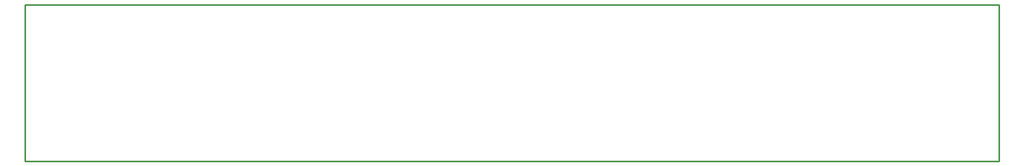
<source format=gko>
G04 Layer: BoardOutline*
G04 EasyEDA v6.3.43, 2020-06-04T01:39:48+01:00*
G04 c5e8e4d559e34370b9c9d94393fceecd,c23c5ad5fcdd482d9714491510f6a4f3,10*
G04 Gerber Generator version 0.2*
G04 Scale: 100 percent, Rotated: No, Reflected: No *
G04 Dimensions in millimeters *
G04 leading zeros omitted , absolute positions ,3 integer and 3 decimal *
%FSLAX33Y33*%
%MOMM*%
G90*
G71D02*

%ADD10C,0.254000*%
G54D10*
G01X0Y25000D02*
G01X154999Y25000D01*
G01X154999Y0D01*
G01X0Y0D01*
G01X0Y25000D01*

%LPD*%
M00*
M02*

</source>
